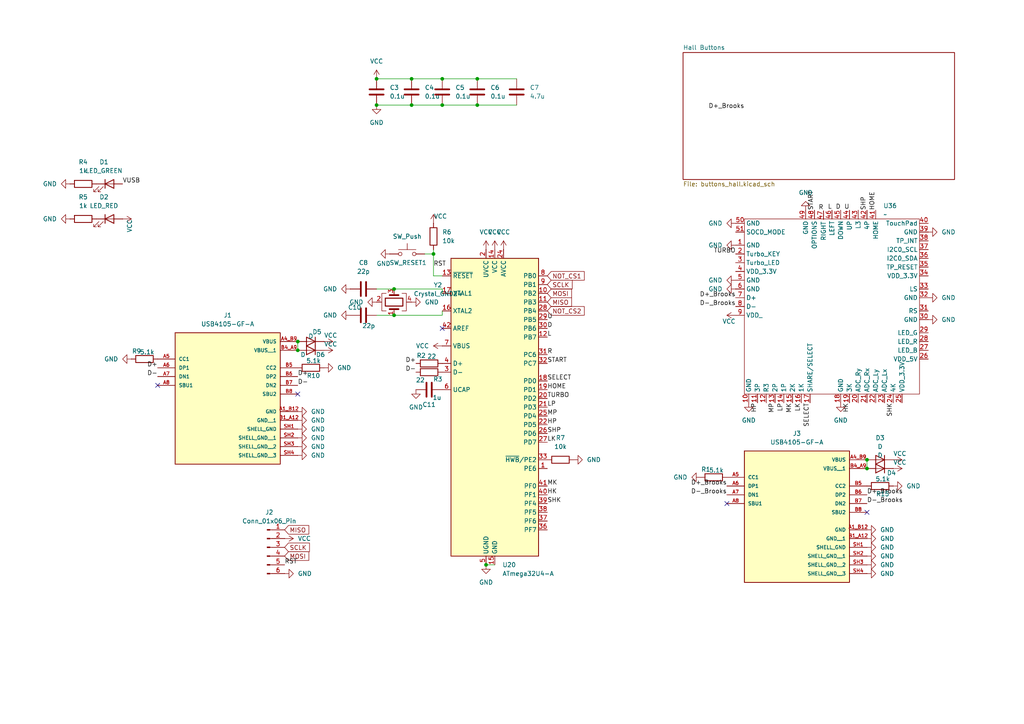
<source format=kicad_sch>
(kicad_sch (version 20231120) (generator "eeschema") (generator_version "8.0")
  (paper "A4")
  (lib_symbols
    (symbol "BrooksBoards:BrooksP5Mini"
      (property "Reference" "U" (at 0 0 0))
      (symbol "BrooksP5Mini_0_1"
        (rectangle (start -25.4 25.4) (end 25.4 -25.4))
      )
      (symbol "BrooksP5Mini_1_1"
        (pin input line (at -27.94 17.78 0) (length 2.54) (name "GND") (number "1"))
        (pin input line (at -24.13 -27.94 90) (length 2.54) (name "GND") (number "10"))
        (pin input line (at -21.59 -27.94 90) (length 2.54) (name "3P") (number "11"))
        (pin input line (at -19.05 -27.94 90) (length 2.54) (name "R3") (number "12"))
        (pin input line (at -16.51 -27.94 90) (length 2.54) (name "2P") (number "13"))
        (pin input line (at -13.97 -27.94 90) (length 2.54) (name "1P") (number "14"))
        (pin input line (at -11.43 -27.94 90) (length 2.54) (name "2K") (number "15"))
        (pin input line (at -8.89 -27.94 90) (length 2.54) (name "1K") (number "16"))
        (pin input line (at -6.35 -27.94 90) (length 2.54) (name "SHARE/SELECT") (number "17"))
        (pin input line (at 2.54 -27.94 90) (length 2.54) (name "GND") (number "18"))
        (pin input line (at 5.08 -27.94 90) (length 2.54) (name "3K") (number "19"))
        (pin input line (at -27.94 15.24 0) (length 2.54) (name "Turbo_KEY") (number "2"))
        (pin input line (at 7.62 -27.94 90) (length 2.54) (name "ADC_Ry") (number "20"))
        (pin input line (at 10.16 -27.94 90) (length 2.54) (name "ADC_Rx") (number "21"))
        (pin input line (at 12.7 -27.94 90) (length 2.54) (name "ADC_Ly") (number "22"))
        (pin input line (at 15.24 -27.94 90) (length 2.54) (name "ADC_Lx") (number "23"))
        (pin input line (at 17.78 -27.94 90) (length 2.54) (name "4K") (number "24"))
        (pin input line (at 20.32 -27.94 90) (length 2.54) (name "VDD_3.3V") (number "25"))
        (pin input line (at 27.94 -15.24 180) (length 2.54) (name "VDD_5V") (number "26"))
        (pin input line (at 27.94 -12.7 180) (length 2.54) (name "LED_B") (number "27"))
        (pin input line (at 27.94 -10.16 180) (length 2.54) (name "LED_R") (number "28"))
        (pin input line (at 27.94 -7.62 180) (length 2.54) (name "LED_G") (number "29"))
        (pin input line (at -27.94 12.7 0) (length 2.54) (name "Turbo_LED") (number "3"))
        (pin input line (at 27.94 -3.81 180) (length 2.54) (name "GND") (number "30"))
        (pin input line (at 27.94 -1.27 180) (length 2.54) (name "RS") (number "31"))
        (pin input line (at 27.94 2.54 180) (length 2.54) (name "GND") (number "32"))
        (pin input line (at 27.94 5.08 180) (length 2.54) (name "LS") (number "33"))
        (pin input line (at 27.94 8.89 180) (length 2.54) (name "VDD_3.3V") (number "34"))
        (pin input line (at 27.94 11.43 180) (length 2.54) (name "TP_RESET") (number "35"))
        (pin input line (at 27.94 13.97 180) (length 2.54) (name "I2C0_SDA") (number "36"))
        (pin input line (at 27.94 16.51 180) (length 2.54) (name "I2C0_SCL") (number "37"))
        (pin input line (at 27.94 19.05 180) (length 2.54) (name "TP_INT") (number "38"))
        (pin input line (at 27.94 21.59 180) (length 2.54) (name "GND") (number "39"))
        (pin input line (at -27.94 10.16 0) (length 2.54) (name "VDD_3.3V") (number "4"))
        (pin input line (at 27.94 24.13 180) (length 2.54) (name "TouchPad") (number "40"))
        (pin input line (at 12.7 27.94 270) (length 2.54) (name "HOME") (number "41"))
        (pin input line (at 10.16 27.94 270) (length 2.54) (name "4P") (number "42"))
        (pin input line (at 7.62 27.94 270) (length 2.54) (name "L3") (number "43"))
        (pin input line (at 5.08 27.94 270) (length 2.54) (name "UP") (number "44"))
        (pin input line (at 2.54 27.94 270) (length 2.54) (name "DOWN") (number "45"))
        (pin input line (at 0 27.94 270) (length 2.54) (name "LEFT") (number "46"))
        (pin input line (at -2.4456 27.7729 270) (length 2.54) (name "RIGHT") (number "47"))
        (pin input line (at -5.08 27.94 270) (length 2.54) (name "OPTIONS") (number "48"))
        (pin input line (at -7.62 27.94 270) (length 2.54) (name "GND") (number "49"))
        (pin input line (at -27.94 7.62 0) (length 2.54) (name "GND") (number "5"))
        (pin input line (at -27.94 24.13 0) (length 2.54) (name "GND") (number "50"))
        (pin input line (at -27.94 21.59 0) (length 2.54) (name "SOCD_MODE") (number "51"))
        (pin input line (at -27.94 5.08 0) (length 2.54) (name "GND") (number "6"))
        (pin input line (at -27.94 2.54 0) (length 2.54) (name "D+") (number "7"))
        (pin input line (at -27.94 0 0) (length 2.54) (name "D-") (number "8"))
        (pin input line (at -27.94 -2.54 0) (length 2.54) (name "VDD_") (number "9"))
      )
    )
    (symbol "Connector:Conn_01x06_Pin" (pin_names (offset 1.016) hide)
      (property "Reference" "J" (at 0 7.62 0))
      (property "Value" "Conn_01x06_Pin" (at 0 -10.16 0))
      (symbol "Conn_01x06_Pin_1_1"
        (polyline (pts (xy 1.27 -7.62) (xy 0.8636 -7.62)) (stroke (width 0.1524)))
        (polyline (pts (xy 1.27 -5.08) (xy 0.8636 -5.08)) (stroke (width 0.1524)))
        (polyline (pts (xy 1.27 -2.54) (xy 0.8636 -2.54)) (stroke (width 0.1524)))
        (polyline (pts (xy 1.27 0) (xy 0.8636 0)) (stroke (width 0.1524)))
        (polyline (pts (xy 1.27 2.54) (xy 0.8636 2.54)) (stroke (width 0.1524)))
        (polyline (pts (xy 1.27 5.08) (xy 0.8636 5.08)) (stroke (width 0.1524)))
        (rectangle (start 0.8636 -7.493) (end 0 -7.747) (stroke (width 0.1524)) (fill (type outline)))
        (rectangle (start 0.8636 -4.953) (end 0 -5.207) (stroke (width 0.1524)) (fill (type outline)))
        (rectangle (start 0.8636 -2.413) (end 0 -2.667) (stroke (width 0.1524)) (fill (type outline)))
        (rectangle (start 0.8636 0.127) (end 0 -0.127) (stroke (width 0.1524)) (fill (type outline)))
        (rectangle (start 0.8636 2.667) (end 0 2.413) (stroke (width 0.1524)) (fill (type outline)))
        (rectangle (start 0.8636 5.207) (end 0 4.953) (stroke (width 0.1524)) (fill (type outline)))
        (pin passive line (at 5.08 5.08 180) (length 3.81) (name "Pin_1") (number "1"))
        (pin passive line (at 5.08 2.54 180) (length 3.81) (name "Pin_2") (number "2"))
        (pin passive line (at 5.08 0 180) (length 3.81) (name "Pin_3") (number "3"))
        (pin passive line (at 5.08 -2.54 180) (length 3.81) (name "Pin_4") (number "4"))
        (pin passive line (at 5.08 -5.08 180) (length 3.81) (name "Pin_5") (number "5"))
        (pin passive line (at 5.08 -7.62 180) (length 3.81) (name "Pin_6") (number "6"))
      )
    )
    (symbol "Device:C" (pin_numbers hide) (pin_names (offset 0.254))
      (property "Reference" "C" (at 0.635 2.54 0))
      (property "Value" "C" (at 0.635 -2.54 0))
      (symbol "C_0_1"
        (polyline (pts (xy -2.032 -0.762) (xy 2.032 -0.762)) (stroke (width 0.508)))
        (polyline (pts (xy -2.032 0.762) (xy 2.032 0.762)) (stroke (width 0.508)))
      )
      (symbol "C_1_1"
        (pin passive line (at 0 3.81 270) (length 2.794) (name "~") (number "1"))
        (pin passive line (at 0 -3.81 90) (length 2.794) (name "~") (number "2"))
      )
    )
    (symbol "Device:Crystal_GND24" (pin_names (offset 1.016) hide)
      (property "Reference" "Y" (at 3.175 5.08 0))
      (property "Value" "Crystal_GND24" (at 3.175 3.175 0))
      (symbol "Crystal_GND24_0_1"
        (rectangle (start -1.143 2.54) (end 1.143 -2.54) (stroke (width 0.3048)))
        (polyline (pts (xy -2.54 0) (xy -2.032 0)))
        (polyline (pts (xy -2.032 -1.27) (xy -2.032 1.27)) (stroke (width 0.508)))
        (polyline (pts (xy 0 -3.81) (xy 0 -3.556)))
        (polyline (pts (xy 0 3.556) (xy 0 3.81)))
        (polyline (pts (xy 2.032 -1.27) (xy 2.032 1.27)) (stroke (width 0.508)))
        (polyline (pts (xy 2.032 0) (xy 2.54 0)))
        (polyline (pts (xy -2.54 -2.286) (xy -2.54 -3.556) (xy 2.54 -3.556) (xy 2.54 -2.286)))
        (polyline (pts (xy -2.54 2.286) (xy -2.54 3.556) (xy 2.54 3.556) (xy 2.54 2.286)))
      )
      (symbol "Crystal_GND24_1_1"
        (pin passive line (at -3.81 0 0) (length 1.27) (name "1") (number "1"))
        (pin passive line (at 0 5.08 270) (length 1.27) (name "2") (number "2"))
        (pin passive line (at 3.81 0 180) (length 1.27) (name "3") (number "3"))
        (pin passive line (at 0 -5.08 90) (length 1.27) (name "4") (number "4"))
      )
    )
    (symbol "Device:D" (pin_numbers hide) (pin_names (offset 1.016) hide)
      (property "Reference" "D" (at 0 2.54 0))
      (property "Value" "D" (at 0 -2.54 0))
      (symbol "D_0_1"
        (polyline (pts (xy -1.27 1.27) (xy -1.27 -1.27)) (stroke (width 0.254)))
        (polyline (pts (xy 1.27 0) (xy -1.27 0)))
        (polyline (pts (xy 1.27 1.27) (xy 1.27 -1.27) (xy -1.27 0) (xy 1.27 1.27)) (stroke (width 0.254)))
      )
      (symbol "D_1_1"
        (pin passive line (at -3.81 0 0) (length 2.54) (name "K") (number "1"))
        (pin passive line (at 3.81 0 180) (length 2.54) (name "A") (number "2"))
      )
    )
    (symbol "Device:LED" (pin_numbers hide) (pin_names (offset 1.016) hide)
      (property "Reference" "D" (at 0 2.54 0))
      (property "Value" "LED" (at 0 -2.54 0))
      (symbol "LED_0_1"
        (polyline (pts (xy -1.27 -1.27) (xy -1.27 1.27)) (stroke (width 0.254)))
        (polyline (pts (xy -1.27 0) (xy 1.27 0)))
        (polyline (pts (xy 1.27 -1.27) (xy 1.27 1.27) (xy -1.27 0) (xy 1.27 -1.27)) (stroke (width 0.254)))
        (polyline (pts (xy -3.048 -0.762) (xy -4.572 -2.286) (xy -3.81 -2.286) (xy -4.572 -2.286) (xy -4.572 -1.524)))
        (polyline (pts (xy -1.778 -0.762) (xy -3.302 -2.286) (xy -2.54 -2.286) (xy -3.302 -2.286) (xy -3.302 -1.524)))
      )
      (symbol "LED_1_1"
        (pin passive line (at -3.81 0 0) (length 2.54) (name "K") (number "1"))
        (pin passive line (at 3.81 0 180) (length 2.54) (name "A") (number "2"))
      )
    )
    (symbol "Device:R" (pin_numbers hide) (pin_names (offset 0))
      (property "Reference" "R" (at 2.032 0 90))
      (property "Value" "R" (at 0 0 90))
      (symbol "R_0_1"
        (rectangle (start -1.016 -2.54) (end 1.016 2.54) (stroke (width 0.254)))
      )
      (symbol "R_1_1"
        (pin passive line (at 0 3.81 270) (length 1.27) (name "~") (number "1"))
        (pin passive line (at 0 -3.81 90) (length 1.27) (name "~") (number "2"))
      )
    )
    (symbol "MCU_Microchip_ATmega:ATmega32U4-A"
      (property "Reference" "U" (at -12.7 44.45 0))
      (property "Value" "ATmega32U4-A" (at 2.54 -44.45 0))
      (symbol "ATmega32U4-A_0_1"
        (rectangle (start -12.7 -43.18) (end 12.7 43.18) (stroke (width 0.254)) (fill (type background)))
      )
      (symbol "ATmega32U4-A_1_1"
        (pin bidirectional line (at 15.24 -17.78 180) (length 2.54) (name "PE6") (number "1"))
        (pin bidirectional line (at 15.24 33.02 180) (length 2.54) (name "PB2") (number "10"))
        (pin bidirectional line (at 15.24 30.48 180) (length 2.54) (name "PB3") (number "11"))
        (pin bidirectional line (at 15.24 20.32 180) (length 2.54) (name "PB7") (number "12"))
        (pin input line (at -15.24 38.1 0) (length 2.54) (name "~{RESET}") (number "13"))
        (pin power_in line (at 0 45.72 270) (length 2.54) (name "VCC") (number "14"))
        (pin power_in line (at 0 -45.72 90) (length 2.54) (name "GND") (number "15"))
        (pin output line (at -15.24 27.94 0) (length 2.54) (name "XTAL2") (number "16"))
        (pin input line (at -15.24 33.02 0) (length 2.54) (name "XTAL1") (number "17"))
        (pin bidirectional line (at 15.24 7.62 180) (length 2.54) (name "PD0") (number "18"))
        (pin bidirectional line (at 15.24 5.08 180) (length 2.54) (name "PD1") (number "19"))
        (pin power_in line (at -2.54 45.72 270) (length 2.54) (name "UVCC") (number "2"))
        (pin bidirectional line (at 15.24 2.54 180) (length 2.54) (name "PD2") (number "20"))
        (pin bidirectional line (at 15.24 0 180) (length 2.54) (name "PD3") (number "21"))
        (pin bidirectional line (at 15.24 -5.08 180) (length 2.54) (name "PD5") (number "22"))
        (pin passive line (at 0 -45.72 90) (length 2.54) hide (name "GND") (number "23"))
        (pin power_in line (at 2.54 45.72 270) (length 2.54) (name "AVCC") (number "24"))
        (pin bidirectional line (at 15.24 -2.54 180) (length 2.54) (name "PD4") (number "25"))
        (pin bidirectional line (at 15.24 -7.62 180) (length 2.54) (name "PD6") (number "26"))
        (pin bidirectional line (at 15.24 -10.16 180) (length 2.54) (name "PD7") (number "27"))
        (pin bidirectional line (at 15.24 27.94 180) (length 2.54) (name "PB4") (number "28"))
        (pin bidirectional line (at 15.24 25.4 180) (length 2.54) (name "PB5") (number "29"))
        (pin bidirectional line (at -15.24 10.16 0) (length 2.54) (name "D-") (number "3"))
        (pin bidirectional line (at 15.24 22.86 180) (length 2.54) (name "PB6") (number "30"))
        (pin bidirectional line (at 15.24 15.24 180) (length 2.54) (name "PC6") (number "31"))
        (pin bidirectional line (at 15.24 12.7 180) (length 2.54) (name "PC7") (number "32"))
        (pin bidirectional line (at 15.24 -15.24 180) (length 2.54) (name "~{HWB}/PE2") (number "33"))
        (pin passive line (at 0 45.72 270) (length 2.54) hide (name "VCC") (number "34"))
        (pin passive line (at 0 -45.72 90) (length 2.54) hide (name "GND") (number "35"))
        (pin bidirectional line (at 15.24 -35.56 180) (length 2.54) (name "PF7") (number "36"))
        (pin bidirectional line (at 15.24 -33.02 180) (length 2.54) (name "PF6") (number "37"))
        (pin bidirectional line (at 15.24 -30.48 180) (length 2.54) (name "PF5") (number "38"))
        (pin bidirectional line (at 15.24 -27.94 180) (length 2.54) (name "PF4") (number "39"))
        (pin bidirectional line (at -15.24 12.7 0) (length 2.54) (name "D+") (number "4"))
        (pin bidirectional line (at 15.24 -25.4 180) (length 2.54) (name "PF1") (number "40"))
        (pin bidirectional line (at 15.24 -22.86 180) (length 2.54) (name "PF0") (number "41"))
        (pin passive line (at -15.24 22.86 0) (length 2.54) (name "AREF") (number "42"))
        (pin passive line (at 0 -45.72 90) (length 2.54) hide (name "GND") (number "43"))
        (pin passive line (at 2.54 45.72 270) (length 2.54) hide (name "AVCC") (number "44"))
        (pin passive line (at -2.54 -45.72 90) (length 2.54) (name "UGND") (number "5"))
        (pin passive line (at -15.24 5.08 0) (length 2.54) (name "UCAP") (number "6"))
        (pin input line (at -15.24 17.78 0) (length 2.54) (name "VBUS") (number "7"))
        (pin bidirectional line (at 15.24 38.1 180) (length 2.54) (name "PB0") (number "8"))
        (pin bidirectional line (at 15.24 35.56 180) (length 2.54) (name "PB1") (number "9"))
      )
    )
    (symbol "Switch:SW_Push" (pin_numbers hide) (pin_names (offset 1.016) hide)
      (property "Reference" "SW" (at 1.27 2.54 0))
      (property "Value" "SW_Push" (at 0 -1.524 0))
      (symbol "SW_Push_0_1"
        (circle (center -2.032 0) (radius 0.508))
        (polyline (pts (xy 0 1.27) (xy 0 3.048)))
        (polyline (pts (xy 2.54 1.27) (xy -2.54 1.27)))
        (circle (center 2.032 0) (radius 0.508))
        (pin passive line (at -5.08 0 0) (length 2.54) (name "1") (number "1"))
        (pin passive line (at 5.08 0 180) (length 2.54) (name "2") (number "2"))
      )
    )
    (symbol "USB4105-GF-A:USB4105-GF-A" (pin_names (offset 1.016))
      (property "Reference" "J" (at -15.24 13.97 0))
      (property "Value" "USB4105-GF-A" (at -15.24 -27.94 0))
      (symbol "USB4105-GF-A_0_0"
        (rectangle (start -15.24 -25.4) (end 15.24 12.7) (stroke (width 0.254)) (fill (type background)))
        (pin power_in line (at 20.32 -10.16 180) (length 5.08) (name "GND") (number "A1_B12"))
        (pin power_in line (at 20.32 10.16 180) (length 5.08) (name "VBUS") (number "A4_B9"))
        (pin bidirectional line (at -20.32 5.08 0) (length 5.08) (name "CC1") (number "A5"))
        (pin bidirectional line (at -20.32 2.54 0) (length 5.08) (name "DP1") (number "A6"))
        (pin bidirectional line (at -20.32 0 0) (length 5.08) (name "DN1") (number "A7"))
        (pin bidirectional line (at -20.32 -2.54 0) (length 5.08) (name "SBU1") (number "A8"))
        (pin power_in line (at 20.32 -12.7 180) (length 5.08) (name "GND__1") (number "B1_A12"))
        (pin power_in line (at 20.32 7.62 180) (length 5.08) (name "VBUS__1") (number "B4_A9"))
        (pin bidirectional line (at 20.32 2.54 180) (length 5.08) (name "CC2") (number "B5"))
        (pin bidirectional line (at 20.32 0 180) (length 5.08) (name "DP2") (number "B6"))
        (pin bidirectional line (at 20.32 -2.54 180) (length 5.08) (name "DN2") (number "B7"))
        (pin bidirectional line (at 20.32 -5.08 180) (length 5.08) (name "SBU2") (number "B8"))
        (pin power_in line (at 20.32 -15.24 180) (length 5.08) (name "SHELL_GND") (number "SH1"))
        (pin power_in line (at 20.32 -17.78 180) (length 5.08) (name "SHELL_GND__1") (number "SH2"))
        (pin power_in line (at 20.32 -20.32 180) (length 5.08) (name "SHELL_GND__2") (number "SH3"))
        (pin power_in line (at 20.32 -22.86 180) (length 5.08) (name "SHELL_GND__3") (number "SH4"))
      )
    )
    (symbol "power:GND" (power) (pin_numbers hide) (pin_names (offset 0) hide)
      (property "Value" "GND" (at 0 -3.81 0))
      (symbol "GND_0_1"
        (polyline (pts (xy 0 0) (xy 0 -1.27) (xy 1.27 -1.27) (xy 0 -2.54) (xy -1.27 -1.27) (xy 0 -1.27)))
      )
      (symbol "GND_1_1"
        (pin power_in line (at 0 0 270) (length 0) (name "~") (number "1"))
      )
    )
    (symbol "power:VCC" (power) (pin_numbers hide) (pin_names (offset 0) hide)
      (property "Value" "VCC" (at 0 3.556 0))
      (symbol "VCC_0_1"
        (polyline (pts (xy -0.762 1.27) (xy 0 2.54)))
        (polyline (pts (xy 0 0) (xy 0 2.54)))
        (polyline (pts (xy 0 2.54) (xy 0.762 1.27)))
      )
      (symbol "VCC_1_1"
        (pin power_in line (at 0 0 90) (length 0) (name "~") (number "1"))
      )
    )
  )
  (junction (at 86.36 99.06))
  (junction (at 119.38 30.48))
  (junction (at 114.3 83.82))
  (junction (at 128.27 22.86))
  (junction (at 251.46 133.35))
  (junction (at 114.3 91.44))
  (junction (at 138.43 22.86))
  (junction (at 109.22 30.48))
  (junction (at 251.46 135.89))
  (junction (at 140.97 163.83))
  (junction (at 125.73 73.66))
  (junction (at 109.22 22.86))
  (junction (at 119.38 22.86))
  (junction (at 86.36 101.6))
  (junction (at 138.43 30.48))
  (junction (at 128.27 30.48))
  (no_connect (at 251.46 148.59))
  (no_connect (at 45.72 111.76))
  (no_connect (at 86.36 114.3))
  (no_connect (at 128.27 95.25))
  (no_connect (at 210.82 146.05))
  (wire (pts (xy 109.22 22.86) (xy 119.38 22.86)))
  (wire (pts (xy 109.22 91.44) (xy 114.3 91.44)))
  (wire (pts (xy 125.73 80.01) (xy 125.73 73.66)))
  (wire (pts (xy 86.36 99.06) (xy 86.36 101.6)))
  (wire (pts (xy 140.97 163.83) (xy 143.51 163.83)))
  (wire (pts (xy 109.22 30.48) (xy 119.38 30.48)))
  (wire (pts (xy 128.27 22.86) (xy 138.43 22.86)))
  (wire (pts (xy 128.27 91.44) (xy 128.27 90.17)))
  (wire (pts (xy 119.38 22.86) (xy 128.27 22.86)))
  (wire (pts (xy 251.46 133.35) (xy 251.46 135.89)))
  (wire (pts (xy 119.38 30.48) (xy 128.27 30.48)))
  (wire (pts (xy 128.27 80.01) (xy 125.73 80.01)))
  (wire (pts (xy 123.19 73.66) (xy 125.73 73.66)))
  (wire (pts (xy 128.27 83.82) (xy 128.27 85.09)))
  (wire (pts (xy 109.22 83.82) (xy 114.3 83.82)))
  (wire (pts (xy 114.3 83.82) (xy 128.27 83.82)))
  (wire (pts (xy 114.3 91.44) (xy 128.27 91.44)))
  (wire (pts (xy 138.43 22.86) (xy 149.86 22.86)))
  (wire (pts (xy 128.27 30.48) (xy 138.43 30.48)))
  (wire (pts (xy 125.73 73.66) (xy 125.73 72.39)))
  (wire (pts (xy 138.43 30.48) (xy 149.86 30.48)))
  (label "D-" (at 120.65 107.95 180))
  (label "D-_Brooks" (at 210.82 143.51 180))
  (label "D+_Brooks" (at 210.82 140.97 180))
  (label "SHP" (at 251.46 60.96 90))
  (label "SHK" (at 158.75 146.05 0))
  (label "U" (at 246.38 60.96 180))
  (label "D-_Brooks" (at 251.46 146.05 0))
  (label "START" (at 236.22 60.96 90))
  (label "RST" (at 82.55 163.83 0))
  (label "D+" (at 45.72 106.68 180))
  (label "SHP" (at 158.75 125.73 0))
  (label "D+" (at 86.36 109.22 0))
  (label "LK" (at 232.41 116.84 270))
  (label "D-_Brooks" (at 213.36 88.9 180))
  (label "SELECT" (at 234.95 116.84 270))
  (label "SELECT" (at 158.75 110.49 0))
  (label "D-" (at 45.72 109.22 180))
  (label "L" (at 158.75 97.79 0))
  (label "HP" (at 219.71 116.84 270))
  (label "HP" (at 158.75 123.19 0))
  (label "D+" (at 120.65 105.41 180))
  (label "HOME" (at 158.75 113.03 0))
  (label "TURBO" (at 158.75 115.57 0))
  (label "D" (at 158.75 95.25 0))
  (label "D+_Brooks" (at 213.36 86.36 180))
  (label "HK" (at 158.75 143.51 0))
  (label "MK" (at 158.75 140.97 0))
  (label "MK" (at 229.87 116.84 270))
  (label "HOME" (at 254 60.96 90))
  (label "RST" (at 125.73 77.47 0))
  (label "START" (at 158.75 105.41 0))
  (label "L" (at 241.3 60.96 180))
  (label "D+_Brooks" (at 251.46 143.51 0))
  (label "R" (at 238.8544 61.1271 180))
  (label "D" (at 243.84 60.96 180))
  (label "D-" (at 86.36 111.76 0))
  (label "R" (at 158.75 102.87 0))
  (label "LP" (at 227.33 116.84 270))
  (label "HK" (at 246.38 116.84 270))
  (label "TURBO" (at 213.36 73.66 180))
  (label "LK" (at 158.75 128.27 0))
  (label "LP" (at 158.75 118.11 0))
  (label "D+_Brooks" (at 215.9 31.75 180))
  (label "U" (at 158.75 92.71 0))
  (label "VUSB" (at 35.56 53.34 0))
  (label "SHK" (at 259.08 116.84 270))
  (label "MP" (at 158.75 120.65 0))
  (label "MP" (at 224.79 116.84 270))
  (global_label "MOSI" (shape input) (at 158.75 85.09 0) (property "Intersheetrefs" "${INTERSHEET_REFS}" (effects (hide yes))))
  (global_label "NOT_CS1" (shape input) (at 158.75 80.01 0) (property "Intersheetrefs" "${INTERSHEET_REFS}" (effects (hide yes))))
  (global_label "MOSI" (shape input) (at 82.55 161.29 0) (property "Intersheetrefs" "${INTERSHEET_REFS}" (effects (hide yes))))
  (global_label "SCLK" (shape input) (at 158.75 82.55 0) (property "Intersheetrefs" "${INTERSHEET_REFS}" (effects (hide yes))))
  (global_label "NOT_CS2" (shape input) (at 158.75 90.17 0) (property "Intersheetrefs" "${INTERSHEET_REFS}" (effects (hide yes))))
  (global_label "SCLK" (shape input) (at 82.55 158.75 0) (property "Intersheetrefs" "${INTERSHEET_REFS}" (effects (hide yes))))
  (global_label "MISO" (shape input) (at 82.55 153.67 0) (property "Intersheetrefs" "${INTERSHEET_REFS}" (effects (hide yes))))
  (global_label "MISO" (shape input) (at 158.75 87.63 0) (property "Intersheetrefs" "${INTERSHEET_REFS}" (effects (hide yes))))
  (symbol (lib_id "power:GND") (at 217.17 116.84 0) (unit 1)
    (property "Reference" "#PWR086" (effects (hide yes)))
    (property "Value" "GND" (at 217.17 121.92 0))
    (property "Description" "Power symbol creates a global label with name \"GND\" , ground" (effects (hide yes)))
  )
  (symbol (lib_id "power:GND") (at 86.36 119.38 90) (unit 1)
    (property "Reference" "#PWR05" (effects (hide yes)))
    (property "Value" "GND" (at 90.17 119.3799 90) (effects (justify right)))
    (property "Description" "Power symbol creates a global label with name \"GND\" , ground" (effects (hide yes)))
  )
  (symbol (lib_id "power:GND") (at 86.36 132.08 90) (unit 1)
    (property "Reference" "#PWR070" (effects (hide yes)))
    (property "Value" "GND" (at 90.17 132.0799 90) (effects (justify right)))
    (property "Description" "Power symbol creates a global label with name \"GND\" , ground" (effects (hide yes)))
  )
  (symbol (lib_id "Device:C") (at 149.86 26.67 0) (unit 1)
    (property "Reference" "C7" (at 153.67 25.3999 0) (effects (justify left)))
    (property "Value" "4.7u" (at 153.67 27.9399 0) (effects (justify left)))
    (property "Footprint" "Capacitor_SMD:C_0603_1608Metric" (effects (hide yes)))
    (property "Description" "Unpolarized capacitor" (effects (hide yes)))
  )
  (symbol (lib_id "power:GND") (at 86.36 129.54 90) (unit 1)
    (property "Reference" "#PWR011" (effects (hide yes)))
    (property "Value" "GND" (at 90.17 129.5399 90) (effects (justify right)))
    (property "Description" "Power symbol creates a global label with name \"GND\" , ground" (effects (hide yes)))
  )
  (symbol (lib_id "BrooksBoards:BrooksP5Mini") (at 241.3 88.9 0) (unit 1)
    (property "Reference" "U36" (at 256.1941 59.69 0) (effects (justify left)))
    (property "Value" "~" (at 256.1941 62.23 0) (effects (justify left)))
    (property "Footprint" "BrooksBoards:BrooksP5Mini" (effects (hide yes)))
  )
  (symbol (lib_id "USB4105-GF-A:USB4105-GF-A") (at 231.14 143.51 0) (unit 1)
    (property "Reference" "J3" (at 231.14 125.73 0))
    (property "Value" "USB4105-GF-A" (at 231.14 128.27 0))
    (property "Footprint" "USB4105_GF_A:GCT_USB4105-GF-A" (effects (hide yes)))
    (property "PARTREV" "B4" (effects (hide yes)))
    (property "STANDARD" "Manufacturer Recommendations" (effects (hide yes)))
    (property "MAXIMUM_PACKAGE_HEIGHT" "3.31 mm" (effects (hide yes)))
    (property "MANUFACTURER" "GCT" (effects (hide yes)))
  )
  (symbol (lib_id "power:GND") (at 140.97 163.83 0) (unit 1)
    (property "Reference" "#PWR064" (effects (hide yes)))
    (property "Value" "GND" (at 140.97 168.91 0))
    (property "Description" "Power symbol creates a global label with name \"GND\" , ground" (effects (hide yes)))
  )
  (symbol (lib_id "power:VCC") (at 125.73 64.77 0) (unit 1)
    (property "Reference" "#PWR061" (effects (hide yes)))
    (property "Value" "VCC" (at 127.762 62.738 0))
    (property "Description" "Power symbol creates a global label with name \"VCC\"" (effects (hide yes)))
  )
  (symbol (lib_id "power:GND") (at 101.6 91.44 270) (unit 1)
    (property "Reference" "#PWR055" (effects (hide yes)))
    (property "Value" "GND" (at 97.79 91.4399 90) (effects (justify right)))
    (property "Description" "Power symbol creates a global label with name \"GND\" , ground" (effects (hide yes)))
  )
  (symbol (lib_id "Device:D") (at 255.27 133.35 180) (unit 1)
    (property "Reference" "D3" (at 255.27 127 0))
    (property "Value" "D" (at 255.27 129.54 0))
    (property "Footprint" "Diode_SMD:D_0603_1608Metric" (effects (hide yes)))
    (property "Description" "Diode" (effects (hide yes)))
    (property "Sim.Device" "D" (effects (hide yes)))
    (property "Sim.Pins" "1=K 2=A" (effects (hide yes)))
  )
  (symbol (lib_id "Device:LED") (at 31.75 63.5 0) (unit 1)
    (property "Reference" "D2" (at 30.1625 57.15 0))
    (property "Value" "LED_RED" (at 30.1625 59.69 0))
    (property "Footprint" "LED_SMD:LED_0201_0603Metric" (effects (hide yes)))
    (property "Description" "Light emitting diode" (effects (hide yes)))
  )
  (symbol (lib_id "power:GND") (at 213.36 71.12 270) (unit 1)
    (property "Reference" "#PWR084" (effects (hide yes)))
    (property "Value" "GND" (at 209.55 71.1199 90) (effects (justify right)))
    (property "Description" "Power symbol creates a global label with name \"GND\" , ground" (effects (hide yes)))
  )
  (symbol (lib_id "Device:D") (at 90.17 99.06 180) (unit 1)
    (property "Reference" "D5" (at 91.948 96.266 0))
    (property "Value" "D" (at 90.17 97.536 0))
    (property "Footprint" "Diode_SMD:D_0603_1608Metric" (effects (hide yes)))
    (property "Description" "Diode" (effects (hide yes)))
    (property "Sim.Device" "D" (effects (hide yes)))
    (property "Sim.Pins" "1=K 2=A" (effects (hide yes)))
  )
  (symbol (lib_id "power:GND") (at 38.1 104.14 270) (unit 1)
    (property "Reference" "#PWR071" (effects (hide yes)))
    (property "Value" "GND" (at 34.29 104.1399 90) (effects (justify right)))
    (property "Description" "Power symbol creates a global label with name \"GND\" , ground" (effects (hide yes)))
  )
  (symbol (lib_id "Device:C") (at 128.27 26.67 0) (unit 1)
    (property "Reference" "C5" (at 132.08 25.3999 0) (effects (justify left)))
    (property "Value" "0.1u" (at 132.08 27.9399 0) (effects (justify left)))
    (property "Footprint" "Capacitor_SMD:C_0603_1608Metric" (effects (hide yes)))
    (property "Description" "Unpolarized capacitor" (effects (hide yes)))
  )
  (symbol (lib_id "Device:C") (at 105.41 83.82 90) (unit 1)
    (property "Reference" "C8" (at 105.41 76.2 90))
    (property "Value" "22p" (at 105.41 78.74 90))
    (property "Footprint" "Capacitor_SMD:C_0603_1608Metric" (effects (hide yes)))
    (property "Description" "Unpolarized capacitor" (effects (hide yes)))
  )
  (symbol (lib_id "Device:C") (at 138.43 26.67 0) (unit 1)
    (property "Reference" "C6" (at 142.24 25.3999 0) (effects (justify left)))
    (property "Value" "0.1u" (at 142.24 27.9399 0) (effects (justify left)))
    (property "Footprint" "Capacitor_SMD:C_0603_1608Metric" (effects (hide yes)))
    (property "Description" "Unpolarized capacitor" (effects (hide yes)))
  )
  (symbol (lib_id "power:VCC") (at 128.27 100.33 90) (unit 1)
    (property "Reference" "#PWR062" (effects (hide yes)))
    (property "Value" "VCC" (at 124.46 100.3299 90) (effects (justify left)))
    (property "Description" "Power symbol creates a global label with name \"VCC\"" (effects (hide yes)))
  )
  (symbol (lib_id "Device:C") (at 119.38 26.67 0) (unit 1)
    (property "Reference" "C4" (at 123.19 25.3999 0) (effects (justify left)))
    (property "Value" "0.1u" (at 123.19 27.9399 0) (effects (justify left)))
    (property "Footprint" "Capacitor_SMD:C_0603_1608Metric" (effects (hide yes)))
    (property "Description" "Unpolarized capacitor" (effects (hide yes)))
  )
  (symbol (lib_id "power:GND") (at 109.22 87.63 270) (unit 1)
    (property "Reference" "#PWR057" (effects (hide yes)))
    (property "Value" "GND" (at 105.41 87.6299 90) (effects (justify right)))
    (property "Description" "Power symbol creates a global label with name \"GND\" , ground" (effects (hide yes)))
  )
  (symbol (lib_id "power:VCC") (at 140.97 72.39 0) (unit 1)
    (property "Reference" "#PWR063" (effects (hide yes)))
    (property "Value" "VCC" (at 140.97 67.31 0))
    (property "Description" "Power symbol creates a global label with name \"VCC\"" (effects (hide yes)))
  )
  (symbol (lib_id "power:GND") (at 86.36 124.46 90) (unit 1)
    (property "Reference" "#PWR07" (effects (hide yes)))
    (property "Value" "GND" (at 90.17 124.4599 90) (effects (justify right)))
    (property "Description" "Power symbol creates a global label with name \"GND\" , ground" (effects (hide yes)))
  )
  (symbol (lib_id "power:GND") (at 213.36 81.28 270) (unit 1)
    (property "Reference" "#PWR017" (effects (hide yes)))
    (property "Value" "GND" (at 209.55 81.2799 90) (effects (justify right)))
    (property "Description" "Power symbol creates a global label with name \"GND\" , ground" (effects (hide yes)))
  )
  (symbol (lib_id "power:GND") (at 259.08 140.97 90) (unit 1)
    (property "Reference" "#PWR03" (effects (hide yes)))
    (property "Value" "GND" (at 262.89 140.9699 90) (effects (justify right)))
    (property "Description" "Power symbol creates a global label with name \"GND\" , ground" (effects (hide yes)))
  )
  (symbol (lib_id "MCU_Microchip_ATmega:ATmega32U4-A") (at 143.51 118.11 0) (unit 1)
    (property "Reference" "U20" (at 145.7041 163.83 0) (effects (justify left)))
    (property "Value" "ATmega32U4-A" (at 145.7041 166.37 0) (effects (justify left)))
    (property "Footprint" "Package_QFP:TQFP-44_10x10mm_P0.8mm" (effects (hide yes)))
    (property "Datasheet" "http://ww1.microchip.com/downloads/en/DeviceDoc/Atmel-7766-8-bit-AVR-ATmega16U4-32U4_Datasheet.pdf" (effects (hide yes)))
    (property "Description" "16MHz, 32kB Flash, 2.5kB SRAM, 1kB EEPROM, USB 2.0, TQFP-44" (effects (hide yes)))
  )
  (symbol (lib_id "power:VCC") (at 259.08 135.89 270) (unit 1)
    (property "Reference" "#PWR0118" (effects (hide yes)))
    (property "Value" "VCC" (at 259.08 134.112 90) (effects (justify left)))
    (property "Description" "Power symbol creates a global label with name \"VCC\"" (effects (hide yes)))
  )
  (symbol (lib_id "power:GND") (at 251.46 153.67 90) (unit 1)
    (property "Reference" "#PWR0119" (effects (hide yes)))
    (property "Value" "GND" (at 255.27 153.6699 90) (effects (justify right)))
    (property "Description" "Power symbol creates a global label with name \"GND\" , ground" (effects (hide yes)))
  )
  (symbol (lib_id "power:VCC") (at 93.98 99.06 270) (unit 1)
    (property "Reference" "#PWR01" (effects (hide yes)))
    (property "Value" "VCC" (at 93.98 97.282 90) (effects (justify left)))
    (property "Description" "Power symbol creates a global label with name \"VCC\"" (effects (hide yes)))
  )
  (symbol (lib_id "power:GND") (at 251.46 163.83 90) (unit 1)
    (property "Reference" "#PWR0123" (effects (hide yes)))
    (property "Value" "GND" (at 255.27 163.8299 90) (effects (justify right)))
    (property "Description" "Power symbol creates a global label with name \"GND\" , ground" (effects (hide yes)))
  )
  (symbol (lib_id "Device:C") (at 105.41 91.44 90) (unit 1)
    (property "Reference" "C10" (at 102.87 89.154 90))
    (property "Value" "22p" (at 106.934 94.488 90))
    (property "Footprint" "Capacitor_SMD:C_0603_1608Metric" (effects (hide yes)))
    (property "Description" "Unpolarized capacitor" (effects (hide yes)))
  )
  (symbol (lib_id "USB4105-GF-A:USB4105-GF-A") (at 66.04 109.22 0) (unit 1)
    (property "Reference" "J1" (at 66.04 91.44 0))
    (property "Value" "USB4105-GF-A" (at 66.04 93.98 0))
    (property "Footprint" "USB4105_GF_A:GCT_USB4105-GF-A" (effects (hide yes)))
    (property "PARTREV" "B4" (effects (hide yes)))
    (property "STANDARD" "Manufacturer Recommendations" (effects (hide yes)))
    (property "MAXIMUM_PACKAGE_HEIGHT" "3.31 mm" (effects (hide yes)))
    (property "MANUFACTURER" "GCT" (effects (hide yes)))
  )
  (symbol (lib_id "power:GND") (at 101.6 83.82 270) (unit 1)
    (property "Reference" "#PWR054" (effects (hide yes)))
    (property "Value" "GND" (at 97.79 83.8199 90) (effects (justify right)))
    (property "Description" "Power symbol creates a global label with name \"GND\" , ground" (effects (hide yes)))
  )
  (symbol (lib_id "power:GND") (at 269.24 67.31 90) (unit 1)
    (property "Reference" "#PWR098" (effects (hide yes)))
    (property "Value" "GND" (at 273.05 67.3099 90) (effects (justify right)))
    (property "Description" "Power symbol creates a global label with name \"GND\" , ground" (effects (hide yes)))
  )
  (symbol (lib_id "power:GND") (at 213.36 64.77 270) (unit 1)
    (property "Reference" "#PWR085" (effects (hide yes)))
    (property "Value" "GND" (at 209.55 64.7699 90) (effects (justify right)))
    (property "Description" "Power symbol creates a global label with name \"GND\" , ground" (effects (hide yes)))
  )
  (symbol (lib_id "Device:R") (at 24.13 53.34 90) (unit 1)
    (property "Reference" "R4" (at 24.13 46.99 90))
    (property "Value" "1k" (at 24.13 49.53 90))
    (property "Footprint" "Resistor_SMD:R_0603_1608Metric" (effects (hide yes)))
    (property "Description" "Resistor" (effects (hide yes)))
  )
  (symbol (lib_id "power:VCC") (at 35.56 63.5 270) (unit 1)
    (property "Reference" "#PWR014" (effects (hide yes)))
    (property "Value" "VCC" (at 37.592 65.532 0))
    (property "Description" "Power symbol creates a global label with name \"VCC\"" (effects (hide yes)))
  )
  (symbol (lib_id "Device:R") (at 90.17 106.68 90) (unit 1)
    (property "Reference" "R10" (at 90.932 108.966 90))
    (property "Value" "5.1k" (at 90.932 104.648 90))
    (property "Footprint" "Resistor_SMD:R_0603_1608Metric" (effects (hide yes)))
    (property "Description" "Resistor" (effects (hide yes)))
  )
  (symbol (lib_id "Device:D") (at 90.17 101.6 180) (unit 1)
    (property "Reference" "D6" (at 92.964 102.87 0))
    (property "Value" "D" (at 87.884 102.87 0))
    (property "Footprint" "Diode_SMD:D_0603_1608Metric" (effects (hide yes)))
    (property "Description" "Diode" (effects (hide yes)))
    (property "Sim.Device" "D" (effects (hide yes)))
    (property "Sim.Pins" "1=K 2=A" (effects (hide yes)))
  )
  (symbol (lib_id "Device:R") (at 207.01 138.43 90) (unit 1)
    (property "Reference" "R1" (at 204.724 136.144 90))
    (property "Value" "5.1k" (at 207.772 136.398 90))
    (property "Footprint" "Resistor_SMD:R_0603_1608Metric" (effects (hide yes)))
    (property "Description" "Resistor" (effects (hide yes)))
  )
  (symbol (lib_id "power:GND") (at 243.84 116.84 0) (unit 1)
    (property "Reference" "#PWR090" (effects (hide yes)))
    (property "Value" "GND" (at 243.84 121.92 0))
    (property "Description" "Power symbol creates a global label with name \"GND\" , ground" (effects (hide yes)))
  )
  (symbol (lib_id "power:VCC") (at 213.36 91.44 90) (unit 1)
    (property "Reference" "#PWR04" (effects (hide yes)))
    (property "Value" "VCC" (at 213.36 93.218 90) (effects (justify left)))
    (property "Description" "Power symbol creates a global label with name \"VCC\"" (effects (hide yes)))
  )
  (symbol (lib_id "Device:C") (at 109.22 26.67 0) (unit 1)
    (property "Reference" "C3" (at 113.03 25.3999 0) (effects (justify left)))
    (property "Value" "0.1u" (at 113.03 27.9399 0) (effects (justify left)))
    (property "Footprint" "Capacitor_SMD:C_0603_1608Metric" (effects (hide yes)))
    (property "Description" "Unpolarized capacitor" (effects (hide yes)))
  )
  (symbol (lib_id "Device:R") (at 125.73 68.58 0) (unit 1)
    (property "Reference" "R6" (at 128.27 67.3099 0) (effects (justify left)))
    (property "Value" "10k" (at 128.27 69.8499 0) (effects (justify left)))
    (property "Footprint" "Resistor_SMD:R_0603_1608Metric" (effects (hide yes)))
    (property "Description" "Resistor" (effects (hide yes)))
  )
  (symbol (lib_id "Device:LED") (at 31.75 53.34 0) (unit 1)
    (property "Reference" "D1" (at 30.1625 46.99 0))
    (property "Value" "LED_GREEN" (at 30.1625 49.53 0))
    (property "Footprint" "LED_SMD:LED_0201_0603Metric" (effects (hide yes)))
    (property "Description" "Light emitting diode" (effects (hide yes)))
  )
  (symbol (lib_id "power:GND") (at 86.36 121.92 90) (unit 1)
    (property "Reference" "#PWR06" (effects (hide yes)))
    (property "Value" "GND" (at 90.17 121.9199 90) (effects (justify right)))
    (property "Description" "Power symbol creates a global label with name \"GND\" , ground" (effects (hide yes)))
  )
  (symbol (lib_id "Device:R") (at 41.91 104.14 90) (unit 1)
    (property "Reference" "R9" (at 39.624 101.854 90))
    (property "Value" "5.1k" (at 42.672 102.108 90))
    (property "Footprint" "Resistor_SMD:R_0603_1608Metric" (effects (hide yes)))
    (property "Description" "Resistor" (effects (hide yes)))
  )
  (symbol (lib_id "power:GND") (at 20.32 63.5 270) (unit 1)
    (property "Reference" "#PWR013" (effects (hide yes)))
    (property "Value" "GND" (at 16.51 63.4999 90) (effects (justify right)))
    (property "Description" "Power symbol creates a global label with name \"GND\" , ground" (effects (hide yes)))
  )
  (symbol (lib_id "power:GND") (at 109.22 30.48 0) (unit 1)
    (property "Reference" "#PWR021" (effects (hide yes)))
    (property "Value" "GND" (at 109.22 35.56 0))
    (property "Description" "Power symbol creates a global label with name \"GND\" , ground" (effects (hide yes)))
  )
  (symbol (lib_id "Device:Crystal_GND24") (at 114.3 87.63 90) (unit 1)
    (property "Reference" "Y2" (at 127 82.6768 90))
    (property "Value" "Crystal_GND24" (at 127 85.2168 90))
    (property "Footprint" "Crystal:Crystal_SMD_SeikoEpson_FA238-4Pin_3.2x2.5mm" (effects (hide yes)))
    (property "Description" "Four pin crystal, GND on pins 2 and 4" (effects (hide yes)))
  )
  (symbol (lib_id "power:GND") (at 269.24 86.36 90) (unit 1)
    (property "Reference" "#PWR092" (effects (hide yes)))
    (property "Value" "GND" (at 273.05 86.3599 90) (effects (justify right)))
    (property "Description" "Power symbol creates a global label with name \"GND\" , ground" (effects (hide yes)))
  )
  (symbol (lib_id "power:GND") (at 251.46 166.37 90) (unit 1)
    (property "Reference" "#PWR0124" (effects (hide yes)))
    (property "Value" "GND" (at 255.27 166.3699 90) (effects (justify right)))
    (property "Description" "Power symbol creates a global label with name \"GND\" , ground" (effects (hide yes)))
  )
  (symbol (lib_id "power:VCC") (at 259.08 133.35 270) (unit 1)
    (property "Reference" "#PWR0117" (effects (hide yes)))
    (property "Value" "VCC" (at 259.08 131.572 90) (effects (justify left)))
    (property "Description" "Power symbol creates a global label with name \"VCC\"" (effects (hide yes)))
  )
  (symbol (lib_id "power:GND") (at 213.36 83.82 270) (unit 1)
    (property "Reference" "#PWR076" (effects (hide yes)))
    (property "Value" "GND" (at 209.55 83.8199 90) (effects (justify right)))
    (property "Description" "Power symbol creates a global label with name \"GND\" , ground" (effects (hide yes)))
  )
  (symbol (lib_id "power:VCC") (at 143.51 72.39 0) (unit 1)
    (property "Reference" "#PWR065" (effects (hide yes)))
    (property "Value" "VCC" (at 143.51 67.31 0))
    (property "Description" "Power symbol creates a global label with name \"VCC\"" (effects (hide yes)))
  )
  (symbol (lib_id "power:GND") (at 251.46 158.75 90) (unit 1)
    (property "Reference" "#PWR0121" (effects (hide yes)))
    (property "Value" "GND" (at 255.27 158.7499 90) (effects (justify right)))
    (property "Description" "Power symbol creates a global label with name \"GND\" , ground" (effects (hide yes)))
  )
  (symbol (lib_id "power:GND") (at 203.2 138.43 270) (unit 1)
    (property "Reference" "#PWR0116" (effects (hide yes)))
    (property "Value" "GND" (at 199.39 138.4299 90) (effects (justify right)))
    (property "Description" "Power symbol creates a global label with name \"GND\" , ground" (effects (hide yes)))
  )
  (symbol (lib_id "Device:R") (at 255.27 140.97 90) (unit 1)
    (property "Reference" "R15" (at 256.032 143.256 90))
    (property "Value" "5.1k" (at 256.032 138.938 90))
    (property "Footprint" "Resistor_SMD:R_0603_1608Metric" (effects (hide yes)))
    (property "Description" "Resistor" (effects (hide yes)))
  )
  (symbol (lib_id "power:GND") (at 93.98 106.68 90) (unit 1)
    (property "Reference" "#PWR072" (effects (hide yes)))
    (property "Value" "GND" (at 97.79 106.6799 90) (effects (justify right)))
    (property "Description" "Power symbol creates a global label with name \"GND\" , ground" (effects (hide yes)))
  )
  (symbol (lib_id "power:GND") (at 113.03 73.66 270) (unit 1)
    (property "Reference" "#PWR058" (effects (hide yes)))
    (property "Value" "GND" (at 113.284 76.454 90) (effects (justify right)))
    (property "Description" "Power symbol creates a global label with name \"GND\" , ground" (effects (hide yes)))
  )
  (symbol (lib_id "Device:R") (at 24.13 63.5 90) (unit 1)
    (property "Reference" "R5" (at 24.13 57.15 90))
    (property "Value" "1k" (at 24.13 59.69 90))
    (property "Footprint" "Resistor_SMD:R_0603_1608Metric" (effects (hide yes)))
    (property "Description" "Resistor" (effects (hide yes)))
  )
  (symbol (lib_id "Connector:Conn_01x06_Pin") (at 77.47 158.75 0) (unit 1)
    (property "Reference" "J2" (at 78.105 148.59 0))
    (property "Value" "Conn_01x06_Pin" (at 78.105 151.13 0))
    (property "Footprint" "Connector_PinHeader_2.54mm:PinHeader_2x03_P2.54mm_Vertical" (effects (hide yes)))
    (property "Description" "Generic connector, single row, 01x06, script generated" (effects (hide yes)))
  )
  (symbol (lib_id "power:GND") (at 82.55 166.37 90) (unit 1)
    (property "Reference" "#PWR068" (effects (hide yes)))
    (property "Value" "GND" (at 86.36 166.3699 90) (effects (justify right)))
    (property "Description" "Power symbol creates a global label with name \"GND\" , ground" (effects (hide yes)))
  )
  (symbol (lib_id "power:GND") (at 86.36 127 90) (unit 1)
    (property "Reference" "#PWR010" (effects (hide yes)))
    (property "Value" "GND" (at 90.17 126.9999 90) (effects (justify right)))
    (property "Description" "Power symbol creates a global label with name \"GND\" , ground" (effects (hide yes)))
  )
  (symbol (lib_id "Device:C") (at 124.46 113.03 90) (unit 1)
    (property "Reference" "C11" (at 124.46 117.348 90))
    (property "Value" "1u" (at 126.746 115.316 90))
    (property "Footprint" "Capacitor_SMD:C_0603_1608Metric" (effects (hide yes)))
    (property "Description" "Unpolarized capacitor" (effects (hide yes)))
  )
  (symbol (lib_id "power:VCC") (at 82.55 156.21 270) (unit 1)
    (property "Reference" "#PWR056" (effects (hide yes)))
    (property "Value" "VCC" (at 86.36 156.2099 90) (effects (justify left)))
    (property "Description" "Power symbol creates a global label with name \"VCC\"" (effects (hide yes)))
  )
  (symbol (lib_id "power:GND") (at 269.24 92.71 90) (unit 1)
    (property "Reference" "#PWR091" (effects (hide yes)))
    (property "Value" "GND" (at 273.05 92.7099 90) (effects (justify right)))
    (property "Description" "Power symbol creates a global label with name \"GND\" , ground" (effects (hide yes)))
  )
  (symbol (lib_id "power:VCC") (at 93.98 101.6 270) (unit 1)
    (property "Reference" "#PWR02" (effects (hide yes)))
    (property "Value" "VCC" (at 93.98 99.822 90) (effects (justify left)))
    (property "Description" "Power symbol creates a global label with name \"VCC\"" (effects (hide yes)))
  )
  (symbol (lib_id "Device:R") (at 124.46 105.41 90) (unit 1)
    (property "Reference" "R2" (at 122.174 103.124 90))
    (property "Value" "22" (at 125.222 103.378 90))
    (property "Footprint" "Resistor_SMD:R_0603_1608Metric" (effects (hide yes)))
    (property "Description" "Resistor" (effects (hide yes)))
  )
  (symbol (lib_id "power:GND") (at 166.37 133.35 90) (unit 1)
    (property "Reference" "#PWR067" (effects (hide yes)))
    (property "Value" "GND" (at 170.18 133.3499 90) (effects (justify right)))
    (property "Description" "Power symbol creates a global label with name \"GND\" , ground" (effects (hide yes)))
  )
  (symbol (lib_id "Device:R") (at 162.56 133.35 90) (unit 1)
    (property "Reference" "R7" (at 162.56 127 90))
    (property "Value" "10k" (at 162.56 129.54 90))
    (property "Footprint" "Resistor_SMD:R_0603_1608Metric" (effects (hide yes)))
    (property "Description" "Resistor" (effects (hide yes)))
  )
  (symbol (lib_id "power:GND") (at 20.32 53.34 270) (unit 1)
    (property "Reference" "#PWR012" (effects (hide yes)))
    (property "Value" "GND" (at 16.51 53.3399 90) (effects (justify right)))
    (property "Description" "Power symbol creates a global label with name \"GND\" , ground" (effects (hide yes)))
  )
  (symbol (lib_id "power:VCC") (at 109.22 22.86 0) (unit 1)
    (property "Reference" "#PWR022" (effects (hide yes)))
    (property "Value" "VCC" (at 109.22 17.78 0))
    (property "Description" "Power symbol creates a global label with name \"VCC\"" (effects (hide yes)))
  )
  (symbol (lib_id "Device:R") (at 124.46 107.95 270) (unit 1)
    (property "Reference" "R3" (at 127 109.982 90))
    (property "Value" "22" (at 121.92 110.236 90))
    (property "Footprint" "Resistor_SMD:R_0603_1608Metric" (effects (hide yes)))
    (property "Description" "Resistor" (effects (hide yes)))
  )
  (symbol (lib_id "power:GND") (at 251.46 156.21 90) (unit 1)
    (property "Reference" "#PWR0120" (effects (hide yes)))
    (property "Value" "GND" (at 255.27 156.2099 90) (effects (justify right)))
    (property "Description" "Power symbol creates a global label with name \"GND\" , ground" (effects (hide yes)))
  )
  (symbol (lib_id "power:GND") (at 119.38 87.63 90) (unit 1)
    (property "Reference" "#PWR059" (effects (hide yes)))
    (property "Value" "GND" (at 123.19 87.6299 90) (effects (justify right)))
    (property "Description" "Power symbol creates a global label with name \"GND\" , ground" (effects (hide yes)))
  )
  (symbol (lib_id "power:VCC") (at 146.05 72.39 0) (unit 1)
    (property "Reference" "#PWR066" (effects (hide yes)))
    (property "Value" "VCC" (at 146.05 67.31 0))
    (property "Description" "Power symbol creates a global label with name \"VCC\"" (effects (hide yes)))
  )
  (symbol (lib_id "power:GND") (at 233.68 60.96 180) (unit 1)
    (property "Reference" "#PWR099" (effects (hide yes)))
    (property "Value" "GND" (at 233.68 55.88 0))
    (property "Description" "Power symbol creates a global label with name \"GND\" , ground" (effects (hide yes)))
  )
  (symbol (lib_id "power:GND") (at 120.65 113.03 0) (unit 1)
    (property "Reference" "#PWR060" (effects (hide yes)))
    (property "Value" "GND" (at 120.65 118.11 0))
    (property "Description" "Power symbol creates a global label with name \"GND\" , ground" (effects (hide yes)))
  )
  (symbol (lib_id "Device:D") (at 255.27 135.89 180) (unit 1)
    (property "Reference" "D4" (at 258.572 137.16 0))
    (property "Value" "D" (at 255.27 132.08 0))
    (property "Footprint" "Diode_SMD:D_0603_1608Metric" (effects (hide yes)))
    (property "Description" "Diode" (effects (hide yes)))
    (property "Sim.Device" "D" (effects (hide yes)))
    (property "Sim.Pins" "1=K 2=A" (effects (hide yes)))
  )
  (symbol (lib_id "power:GND") (at 251.46 161.29 90) (unit 1)
    (property "Reference" "#PWR0122" (effects (hide yes)))
    (property "Value" "GND" (at 255.27 161.2899 90) (effects (justify right)))
    (property "Description" "Power symbol creates a global label with name \"GND\" , ground" (effects (hide yes)))
  )
  (symbol (lib_id "Switch:SW_Push") (at 118.11 73.66 0) (unit 1)
    (property "Reference" "SW_RESET1" (at 118.364 76.2 0))
    (property "Value" "SW_Push" (at 118.11 68.58 0))
    (property "Footprint" "Button_Switch_SMD:SW_SPST_TL3342" (effects (hide yes)))
    (property "Description" "Push button switch, generic, two pins" (effects (hide yes)))
  )
  (sheet (at 198.12 15.24) (size 78.74 36.83) (stroke (width 0.1524))
    (property "Sheetname" "Hall Buttons" (at 198.12 14.5284 0) (effects (justify left bottom)))
    (property "Sheetfile" "buttons_hall.kicad_sch" (at 198.12 52.6546 0) (effects (justify left top)))
  )
)
</source>
